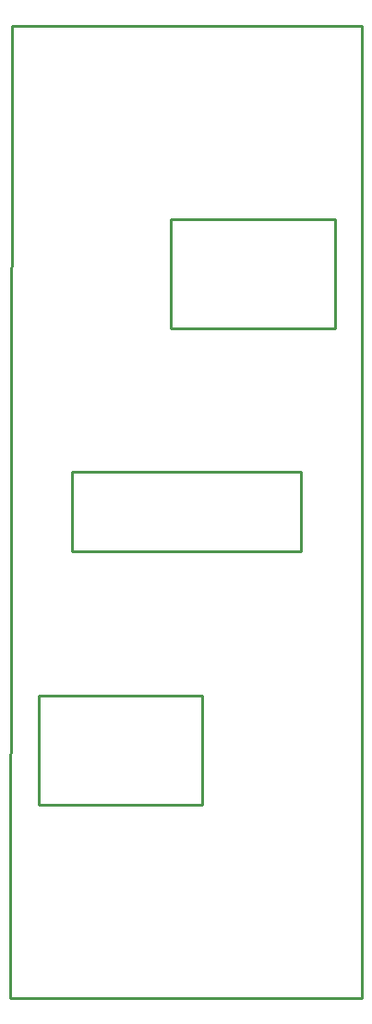
<source format=gko>
G04 Layer: BoardOutlineLayer*
G04 EasyEDA v6.5.34, 2023-10-02 19:34:43*
G04 cad70b0db5b84618946738c1210d8a76,5a6b42c53f6a479593ecc07194224c93,10*
G04 Gerber Generator version 0.2*
G04 Scale: 100 percent, Rotated: No, Reflected: No *
G04 Dimensions in millimeters *
G04 leading zeros omitted , absolute positions ,4 integer and 5 decimal *
%FSLAX45Y45*%
%MOMM*%

%ADD10C,0.2540*%
D10*
X444500Y11836400D02*
G01*
X3657600Y11836400D01*
X3657600Y2933700D01*
X431800Y2933700D01*
X444500Y11836400D01*
X1907100Y10063099D02*
G01*
X1907100Y9063101D01*
X1907100Y9063101D02*
G01*
X3407097Y9063101D01*
X3407097Y9063101D02*
G01*
X3407097Y10063099D01*
X3407097Y10063099D02*
G01*
X1907100Y10063099D01*
X2190686Y4701870D02*
G01*
X2190686Y5701868D01*
X2190686Y5701868D02*
G01*
X690689Y5701868D01*
X690689Y5701868D02*
G01*
X690689Y4701870D01*
X690689Y4701870D02*
G01*
X2190686Y4701870D01*
X996950Y7753350D02*
G01*
X996950Y7023100D01*
X996950Y7023100D02*
G01*
X3098800Y7023100D01*
X3098800Y7023100D02*
G01*
X3098800Y7753350D01*
X3098800Y7753350D02*
G01*
X996950Y7753350D01*

%LPD*%
M02*

</source>
